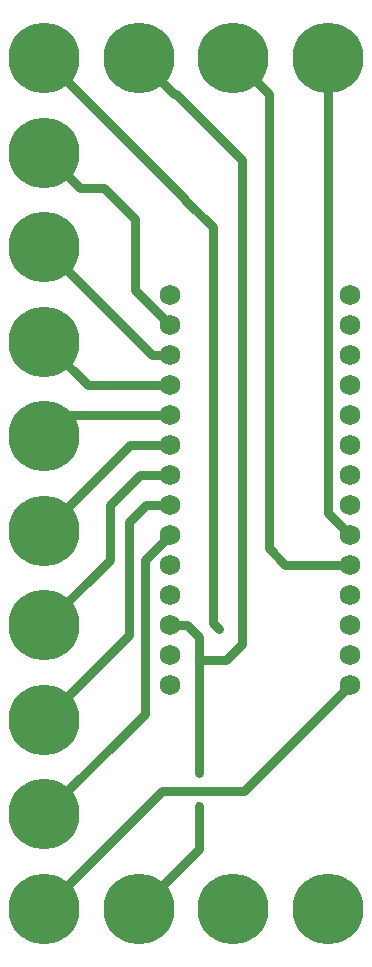
<source format=gtl>
%TF.GenerationSoftware,KiCad,Pcbnew,4.0.5-e0-6337~49~ubuntu16.04.1*%
%TF.CreationDate,2017-01-20T22:37:02-08:00*%
%TF.ProjectId,4x10-Teensy-LC-Breakout,347831302D5465656E73792D4C432D42,1.0*%
%TF.FileFunction,Copper,L1,Top,Signal*%
%FSLAX46Y46*%
G04 Gerber Fmt 4.6, Leading zero omitted, Abs format (unit mm)*
G04 Created by KiCad (PCBNEW 4.0.5-e0-6337~49~ubuntu16.04.1) date Fri Jan 20 22:37:02 2017*
%MOMM*%
%LPD*%
G01*
G04 APERTURE LIST*
%ADD10C,0.350000*%
%ADD11C,1.727200*%
%ADD12C,6.000000*%
%ADD13C,0.685800*%
%ADD14C,0.762000*%
%ADD15C,0.330200*%
%ADD16C,0.350000*%
G04 APERTURE END LIST*
D10*
D11*
X163548320Y-123503280D03*
X163548320Y-120963280D03*
X163548320Y-118423280D03*
X163548320Y-115883280D03*
X163548320Y-113343280D03*
X163548320Y-110803280D03*
X163548320Y-108263280D03*
X163548320Y-105723280D03*
X163548320Y-103183280D03*
X163548320Y-100643280D03*
X163548320Y-98103280D03*
X163548320Y-95563280D03*
X163548320Y-93023280D03*
X163548320Y-90483280D03*
X148308320Y-90483280D03*
X148308320Y-98103280D03*
X148308320Y-118423280D03*
X148308320Y-103183280D03*
X148308320Y-100643280D03*
X148308320Y-120963280D03*
X148308320Y-113343280D03*
X148308320Y-123503280D03*
X148308320Y-110803280D03*
X148308320Y-108263280D03*
X148308320Y-105723280D03*
X148308320Y-115883280D03*
X148308320Y-93023280D03*
X148308320Y-95563280D03*
D12*
X137688320Y-102442280D03*
X137689320Y-110442280D03*
X137689320Y-126442280D03*
X137689320Y-94442280D03*
X137689320Y-134442280D03*
X137689320Y-118442280D03*
X137688320Y-86442280D03*
X137688320Y-78442280D03*
X137689320Y-142442280D03*
X145688320Y-142442280D03*
X153688320Y-142442280D03*
X161688320Y-142442280D03*
X153688320Y-70442280D03*
X161688320Y-70442280D03*
X137689320Y-70442280D03*
X145688320Y-70442280D03*
D13*
X152476200Y-118805960D03*
X150764240Y-133771640D03*
X150764240Y-130972560D03*
D14*
X154437080Y-120055640D02*
X154437080Y-104236520D01*
X154437080Y-104236520D02*
X154437080Y-103941880D01*
X148829479Y-73442279D02*
X154437080Y-79049880D01*
X154437080Y-79049880D02*
X154437080Y-104236520D01*
X145688320Y-70442280D02*
X148688319Y-73442279D01*
X148688319Y-73442279D02*
X148829479Y-73442279D01*
X153060400Y-121432320D02*
X154437080Y-120055640D01*
X150764240Y-121432320D02*
X150764240Y-130972560D01*
X150764240Y-119451120D02*
X150764240Y-121432320D01*
X150764240Y-121432320D02*
X153060400Y-121432320D01*
X151968200Y-118297960D02*
X152476200Y-118805960D01*
X151968200Y-84775040D02*
X151968200Y-118297960D01*
X149629400Y-82436240D02*
X151968200Y-84775040D01*
X149629400Y-82382360D02*
X149629400Y-82436240D01*
X137689320Y-70442280D02*
X149629400Y-82382360D01*
X146192240Y-125939360D02*
X146192240Y-112919360D01*
X146192240Y-112919360D02*
X148308320Y-110803280D01*
X137689320Y-134442280D02*
X146192240Y-125939360D01*
X144846040Y-109677200D02*
X144846040Y-119285560D01*
X144846040Y-119285560D02*
X137689320Y-126442280D01*
X146259960Y-108263280D02*
X144846040Y-109677200D01*
X148308320Y-108263280D02*
X146259960Y-108263280D01*
X143230600Y-108280200D02*
X143230600Y-112901000D01*
X143230600Y-112901000D02*
X137689320Y-118442280D01*
X145787520Y-105723280D02*
X143230600Y-108280200D01*
X148308320Y-105723280D02*
X145787520Y-105723280D01*
X148308320Y-103183280D02*
X144948320Y-103183280D01*
X144948320Y-103183280D02*
X137689320Y-110442280D01*
X148308320Y-100643280D02*
X139487320Y-100643280D01*
X139487320Y-100643280D02*
X137688320Y-102442280D01*
X137689320Y-94442280D02*
X141350320Y-98103280D01*
X141350320Y-98103280D02*
X148308320Y-98103280D01*
X148308320Y-95563280D02*
X146809320Y-95563280D01*
X146809320Y-95563280D02*
X137688320Y-86442280D01*
X145384520Y-84063840D02*
X145384520Y-90099480D01*
X145384520Y-90099480D02*
X148308320Y-93023280D01*
X142762959Y-81442279D02*
X145384520Y-84063840D01*
X137688320Y-78442280D02*
X140688319Y-81442279D01*
X140688319Y-81442279D02*
X142762959Y-81442279D01*
X156688319Y-111938599D02*
X158093000Y-113343280D01*
X158093000Y-113343280D02*
X163548320Y-113343280D01*
X153688320Y-70442280D02*
X156688319Y-73442279D01*
X156688319Y-73442279D02*
X156688319Y-111938599D01*
X161688320Y-70442280D02*
X161688320Y-108943280D01*
X161688320Y-108943280D02*
X163548320Y-110803280D01*
X145688320Y-142442280D02*
X150764240Y-137366360D01*
X150764240Y-137366360D02*
X150764240Y-133771640D01*
X149736400Y-118423280D02*
X150764240Y-119451120D01*
X148308320Y-118423280D02*
X149736400Y-118423280D01*
X147645120Y-132481320D02*
X154570280Y-132481320D01*
X154570280Y-132481320D02*
X163548320Y-123503280D01*
X140689319Y-139437121D02*
X147645120Y-132481320D01*
X137689320Y-142442280D02*
X140689319Y-139442281D01*
X140689319Y-139442281D02*
X140689319Y-139437121D01*
D15*
X152476200Y-118805960D03*
X150764240Y-133771640D03*
X150764240Y-130972560D03*
D16*
X163548320Y-123503280D03*
X163548320Y-120963280D03*
X163548320Y-118423280D03*
X163548320Y-115883280D03*
X163548320Y-113343280D03*
X163548320Y-110803280D03*
X163548320Y-108263280D03*
X163548320Y-105723280D03*
X163548320Y-103183280D03*
X163548320Y-100643280D03*
X163548320Y-98103280D03*
X163548320Y-95563280D03*
X163548320Y-93023280D03*
X163548320Y-90483280D03*
X148308320Y-90483280D03*
X148308320Y-98103280D03*
X148308320Y-118423280D03*
X148308320Y-103183280D03*
X148308320Y-100643280D03*
X148308320Y-120963280D03*
X148308320Y-113343280D03*
X148308320Y-123503280D03*
X148308320Y-110803280D03*
X148308320Y-108263280D03*
X148308320Y-105723280D03*
X148308320Y-115883280D03*
X148308320Y-93023280D03*
X148308320Y-95563280D03*
X137688320Y-102442280D03*
X137689320Y-110442280D03*
X137689320Y-126442280D03*
X137689320Y-94442280D03*
X137689320Y-134442280D03*
X137689320Y-118442280D03*
X137688320Y-86442280D03*
X137688320Y-78442280D03*
X137689320Y-142442280D03*
X145688320Y-142442280D03*
X153688320Y-142442280D03*
X161688320Y-142442280D03*
X153688320Y-70442280D03*
X161688320Y-70442280D03*
X137689320Y-70442280D03*
X145688320Y-70442280D03*
M02*

</source>
